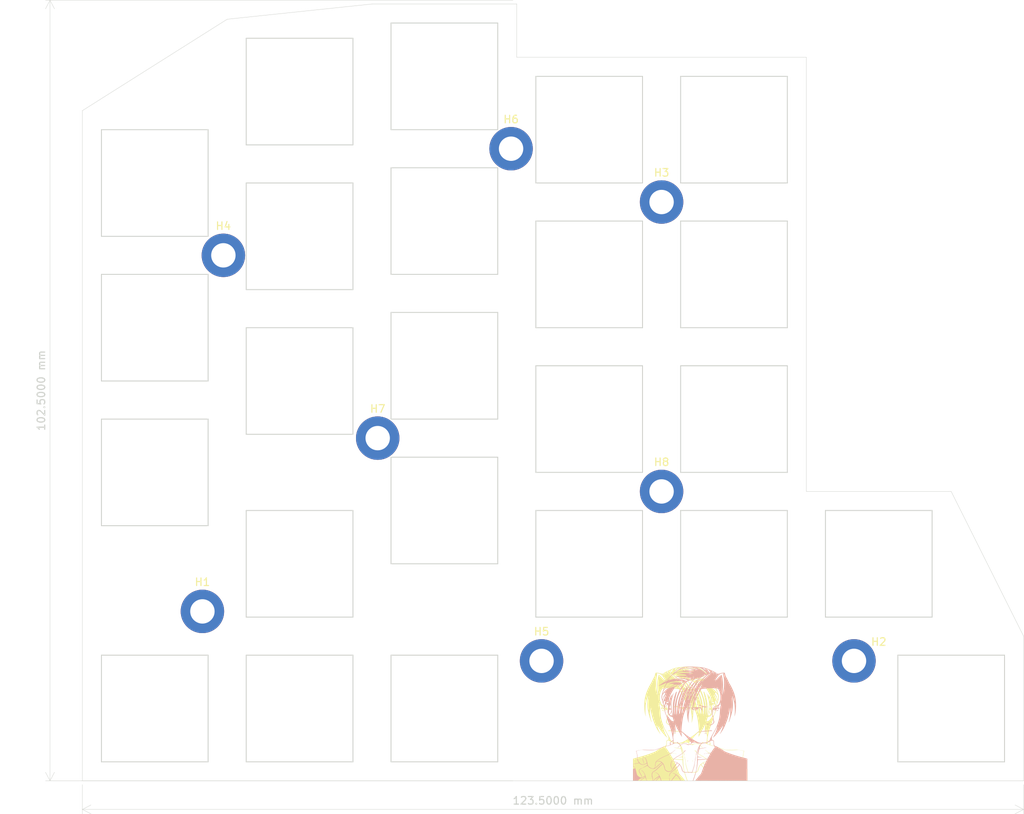
<source format=kicad_pcb>
(kicad_pcb (version 20210925) (generator pcbnew)
  (layers (0 "F.Cu" signal) (31 "B.Cu" signal) (34 "B.Paste" user) (35 "F.Paste" user) (36 "B.SilkS" user "B.Silkscreen") (37 "F.SilkS" user "F.Silkscreen") (38 "B.Mask" user) (39 "F.Mask" user) (44 "Edge.Cuts" user))
  (net 0 "")
  (net 1 "GND")
  (footprint "kbd:SW_Hole" (layer "F.Cu") (at 24.25 55.5)
    (fp_text reference "SW2" hide)
    (fp_text value "KEY_SWITCH" hide)
    (fp_line (start -7 7) (end 7 7) (layer "Edge.Cuts") (width 0.12))
    (fp_line (start 7 7) (end 7 -7) (layer "Edge.Cuts") (width 0.12))
    (fp_line (start -7 -7) (end -7 7) (layer "Edge.Cuts") (width 0.12))
    (fp_line (start 7 -7) (end -7 -7) (layer "Edge.Cuts") (width 0.12))
  )
  (footprint "kbd:SW_Hole" (layer "F.Cu") (at 24.25 74.5)
    (fp_text reference "SW2" hide)
    (fp_text value "KEY_SWITCH" hide)
    (fp_line (start -7 -7) (end -7 7) (layer "Edge.Cuts") (width 0.12))
    (fp_line (start 7 -7) (end -7 -7) (layer "Edge.Cuts") (width 0.12))
    (fp_line (start -7 7) (end 7 7) (layer "Edge.Cuts") (width 0.12))
    (fp_line (start 7 7) (end 7 -7) (layer "Edge.Cuts") (width 0.12))
  )
  (footprint "kbd:SW_Hole" (layer "F.Cu") (at 81.25 67.5)
    (fp_text reference "SW2" hide)
    (fp_text value "KEY_SWITCH" hide)
    (fp_line (start 7 -7) (end -7 -7) (layer "Edge.Cuts") (width 0.12))
    (fp_line (start -7 7) (end 7 7) (layer "Edge.Cuts") (width 0.12))
    (fp_line (start 7 7) (end 7 -7) (layer "Edge.Cuts") (width 0.12))
    (fp_line (start -7 -7) (end -7 7) (layer "Edge.Cuts") (width 0.12))
  )
  (footprint "kbd:SW_Hole" (layer "F.Cu") (at 43.25 24.5)
    (fp_text reference "SW2" hide)
    (fp_text value "KEY_SWITCH" hide)
    (fp_line (start -7 7) (end 7 7) (layer "Edge.Cuts") (width 0.12))
    (fp_line (start 7 -7) (end -7 -7) (layer "Edge.Cuts") (width 0.12))
    (fp_line (start 7 7) (end 7 -7) (layer "Edge.Cuts") (width 0.12))
    (fp_line (start -7 -7) (end -7 7) (layer "Edge.Cuts") (width 0.12))
  )
  (footprint "MountingHole:MountingHole_3.2mm_M3_ISO7380_Pad" (layer "F.Cu") (at 75 99.25)
    (fp_text reference "H5" (at 0 -3.85) (layer "F.SilkS"))
    (fp_text value "MountingHole_Pad")
    (pad "1" thru_hole circle locked (at 0 0) (size 5.7 5.7) (drill 3.2) (layers *.Cu *.Mask) (net 1 "GND"))
  )
  (footprint "kbd:SW_Hole" (layer "F.Cu") (at 62.25 105.5)
    (fp_text reference "SW2" hide)
    (fp_text value "KEY_SWITCH" hide)
    (fp_line (start -7 7) (end 7 7) (layer "Edge.Cuts") (width 0.12))
    (fp_line (start -7 -7) (end -7 7) (layer "Edge.Cuts") (width 0.12))
    (fp_line (start 7 -7) (end -7 -7) (layer "Edge.Cuts") (width 0.12))
    (fp_line (start 7 7) (end 7 -7) (layer "Edge.Cuts") (width 0.12))
  )
  (footprint "kbd:SW_Hole" (layer "F.Cu") (at 100.25 67.5)
    (fp_text reference "SW2" hide)
    (fp_text value "KEY_SWITCH" hide)
    (fp_line (start 7 7) (end 7 -7) (layer "Edge.Cuts") (width 0.12))
    (fp_line (start -7 -7) (end -7 7) (layer "Edge.Cuts") (width 0.12))
    (fp_line (start -7 7) (end 7 7) (layer "Edge.Cuts") (width 0.12))
    (fp_line (start 7 -7) (end -7 -7) (layer "Edge.Cuts") (width 0.12))
  )
  (footprint "MountingHole:MountingHole_3.2mm_M3_ISO7380_Pad" (layer "F.Cu") (at 53.5 70)
    (fp_text reference "H7" (at 0 -3.85) (layer "F.SilkS"))
    (fp_text value "MountingHole_Pad")
    (pad "1" thru_hole circle locked (at 0 0) (size 5.7 5.7) (drill 3.2) (layers *.Cu *.Mask) (net 1 "GND"))
  )
  (footprint "kbd:SW_Hole" (layer "F.Cu") (at 100.25 48.5)
    (fp_text reference "SW2" hide)
    (fp_text value "KEY_SWITCH" hide)
    (fp_line (start -7 -7) (end -7 7) (layer "Edge.Cuts") (width 0.12))
    (fp_line (start 7 7) (end 7 -7) (layer "Edge.Cuts") (width 0.12))
    (fp_line (start 7 -7) (end -7 -7) (layer "Edge.Cuts") (width 0.12))
    (fp_line (start -7 7) (end 7 7) (layer "Edge.Cuts") (width 0.12))
  )
  (footprint "kbd:edgeworth" (layer "F.Cu") (at 94.5 107.5)
    (fp_text reference "G***" hide)
    (fp_text value "LOGO" hide)
  )
  (footprint "MountingHole:MountingHole_3.2mm_M3_ISO7380_Pad" (layer "F.Cu") (at 90.75 39)
    (fp_text reference "H3" (at 0 -3.85) (layer "F.SilkS"))
    (fp_text value "MountingHole_Pad")
    (pad "1" thru_hole circle locked (at 0 0) (size 5.7 5.7) (drill 3.2) (layers *.Cu *.Mask) (net 1 "GND"))
  )
  (footprint "kbd:SW_Hole" (layer "F.Cu") (at 100.25 29.5)
    (fp_text reference "SW2" hide)
    (fp_text value "KEY_SWITCH" hide)
    (fp_line (start 7 -7) (end -7 -7) (layer "Edge.Cuts") (width 0.12))
    (fp_line (start -7 -7) (end -7 7) (layer "Edge.Cuts") (width 0.12))
    (fp_line (start 7 7) (end 7 -7) (layer "Edge.Cuts") (width 0.12))
    (fp_line (start -7 7) (end 7 7) (layer "Edge.Cuts") (width 0.12))
  )
  (footprint "MountingHole:MountingHole_3.2mm_M3_ISO7380_Pad" (layer "F.Cu") (at 116 99.25)
    (fp_text reference "H2" (at 3.25 -2.5) (layer "F.SilkS"))
    (fp_text value "MountingHole_Pad")
    (pad "1" thru_hole circle locked (at 0 0) (size 5.7 5.7) (drill 3.2) (layers *.Cu *.Mask) (net 1 "GND"))
  )
  (footprint "MountingHole:MountingHole_3.2mm_M3_ISO7380_Pad" (layer "F.Cu") (at 71 32)
    (fp_text reference "H6" (at 0 -3.85) (layer "F.SilkS"))
    (fp_text value "MountingHole_Pad")
    (pad "1" thru_hole circle locked (at 0 0) (size 5.7 5.7) (drill 3.2) (layers *.Cu *.Mask) (net 1 "GND"))
  )
  (footprint "kbd:SW_Hole" (layer "F.Cu") (at 81.25 29.5)
    (fp_text reference "SW2" hide)
    (fp_text value "KEY_SWITCH" hide)
    (fp_line (start -7 7) (end 7 7) (layer "Edge.Cuts") (width 0.12))
    (fp_line (start -7 -7) (end -7 7) (layer "Edge.Cuts") (width 0.12))
    (fp_line (start 7 -7) (end -7 -7) (layer "Edge.Cuts") (width 0.12))
    (fp_line (start 7 7) (end 7 -7) (layer "Edge.Cuts") (width 0.12))
  )
  (footprint "kbd:SW_Hole" (layer "F.Cu") (at 62.25 22.5)
    (fp_text reference "SW2" hide)
    (fp_text value "KEY_SWITCH" hide)
    (fp_line (start 7 7) (end 7 -7) (layer "Edge.Cuts") (width 0.12))
    (fp_line (start -7 -7) (end -7 7) (layer "Edge.Cuts") (width 0.12))
    (fp_line (start 7 -7) (end -7 -7) (layer "Edge.Cuts") (width 0.12))
    (fp_line (start -7 7) (end 7 7) (layer "Edge.Cuts") (width 0.12))
  )
  (footprint "kbd:SW_Hole" (layer "F.Cu") (at 24.25 36.5)
    (fp_text reference "SW2" hide)
    (fp_text value "KEY_SWITCH" hide)
    (fp_line (start 7 7) (end 7 -7) (layer "Edge.Cuts") (width 0.12))
    (fp_line (start 7 -7) (end -7 -7) (layer "Edge.Cuts") (width 0.12))
    (fp_line (start -7 -7) (end -7 7) (layer "Edge.Cuts") (width 0.12))
    (fp_line (start -7 7) (end 7 7) (layer "Edge.Cuts") (width 0.12))
  )
  (footprint "MountingHole:MountingHole_3.2mm_M3_ISO7380_Pad" (layer "F.Cu") (at 33.25 46)
    (fp_text reference "H4" (at 0 -3.85) (layer "F.SilkS"))
    (fp_text value "MountingHole_Pad")
    (pad "1" thru_hole circle locked (at 0 0) (size 5.7 5.7) (drill 3.2) (layers *.Cu *.Mask) (net 1 "GND"))
  )
  (footprint "MountingHole:MountingHole_3.2mm_M3_ISO7380_Pad" (layer "F.Cu") (at 30.5 92.75)
    (fp_text reference "H1" (at 0 -3.85) (layer "F.SilkS"))
    (fp_text value "MountingHole_Pad")
    (pad "1" thru_hole circle locked (at 0 0) (size 5.7 5.7) (drill 3.2) (layers *.Cu *.Mask) (net 1 "GND"))
  )
  (footprint "kbd:SW_Hole" (layer "F.Cu") (at 62.25 79.5)
    (fp_text reference "SW2" hide)
    (fp_text value "KEY_SWITCH" hide)
    (fp_line (start -7 7) (end 7 7) (layer "Edge.Cuts") (width 0.12))
    (fp_line (start 7 7) (end 7 -7) (layer "Edge.Cuts") (width 0.12))
    (fp_line (start -7 -7) (end -7 7) (layer "Edge.Cuts") (width 0.12))
    (fp_line (start 7 -7) (end -7 -7) (layer "Edge.Cuts") (width 0.12))
  )
  (footprint "kbd:SW_Hole" (layer "F.Cu") (at 62.25 41.5)
    (fp_text reference "SW2" hide)
    (fp_text value "KEY_SWITCH" hide)
    (fp_line (start 7 -7) (end -7 -7) (layer "Edge.Cuts") (width 0.12))
    (fp_line (start 7 7) (end 7 -7) (layer "Edge.Cuts") (width 0.12))
    (fp_line (start -7 7) (end 7 7) (layer "Edge.Cuts") (width 0.12))
    (fp_line (start -7 -7) (end -7 7) (layer "Edge.Cuts") (width 0.12))
  )
  (footprint "kbd:SW_Hole" (layer "F.Cu") (at 43.25 105.5)
    (fp_text reference "SW2" hide)
    (fp_text value "KEY_SWITCH" hide)
    (fp_line (start -7 7) (end 7 7) (layer "Edge.Cuts") (width 0.12))
    (fp_line (start 7 7) (end 7 -7) (layer "Edge.Cuts") (width 0.12))
    (fp_line (start 7 -7) (end -7 -7) (layer "Edge.Cuts") (width 0.12))
    (fp_line (start -7 -7) (end -7 7) (layer "Edge.Cuts") (width 0.12))
  )
  (footprint "kbd:SW_Hole" (layer "F.Cu") (at 43.25 86.5)
    (fp_text reference "SW2" hide)
    (fp_text value "KEY_SWITCH" hide)
    (fp_line (start -7 7) (end 7 7) (layer "Edge.Cuts") (width 0.12))
    (fp_line (start -7 -7) (end -7 7) (layer "Edge.Cuts") (width 0.12))
    (fp_line (start 7 7) (end 7 -7) (layer "Edge.Cuts") (width 0.12))
    (fp_line (start 7 -7) (end -7 -7) (layer "Edge.Cuts") (width 0.12))
  )
  (footprint "kbd:SW_Hole" (layer "F.Cu") (at 128.75 105.5)
    (fp_text reference "SW2" hide)
    (fp_text value "KEY_SWITCH" hide)
    (fp_line (start 7 7) (end 7 -7) (layer "Edge.Cuts") (width 0.12))
    (fp_line (start -7 -7) (end -7 7) (layer "Edge.Cuts") (width 0.12))
    (fp_line (start -7 7) (end 7 7) (layer "Edge.Cuts") (width 0.12))
    (fp_line (start 7 -7) (end -7 -7) (layer "Edge.Cuts") (width 0.12))
  )
  (footprint "kbd:SW_Hole" (layer "F.Cu") (at 43.25 43.5)
    (fp_text reference "SW2" hide)
    (fp_text value "KEY_SWITCH" hide)
    (fp_line (start -7 7) (end 7 7) (layer "Edge.Cuts") (width 0.12))
    (fp_line (start 7 -7) (end -7 -7) (layer "Edge.Cuts") (width 0.12))
    (fp_line (start -7 -7) (end -7 7) (layer "Edge.Cuts") (width 0.12))
    (fp_line (start 7 7) (end 7 -7) (layer "Edge.Cuts") (width 0.12))
  )
  (footprint "kbd:SW_Hole" (layer "F.Cu") (at 43.25 62.5)
    (fp_text reference "SW2" hide)
    (fp_text value "KEY_SWITCH" hide)
    (fp_line (start -7 -7) (end -7 7) (layer "Edge.Cuts") (width 0.12))
    (fp_line (start 7 -7) (end -7 -7) (layer "Edge.Cuts") (width 0.12))
    (fp_line (start -7 7) (end 7 7) (layer "Edge.Cuts") (width 0.12))
    (fp_line (start 7 7) (end 7 -7) (layer "Edge.Cuts") (width 0.12))
  )
  (footprint "kbd:SW_Hole" (layer "F.Cu") (at 24.25 105.5)
    (fp_text reference "SW2" hide)
    (fp_text value "KEY_SWITCH" hide)
    (fp_line (start 7 -7) (end -7 -7) (layer "Edge.Cuts") (width 0.12))
    (fp_line (start -7 7) (end 7 7) (layer "Edge.Cuts") (width 0.12))
    (fp_line (start -7 -7) (end -7 7) (layer "Edge.Cuts") (width 0.12))
    (fp_line (start 7 7) (end 7 -7) (layer "Edge.Cuts") (width 0.12))
  )
  (footprint "kbd:SW_Hole" (layer "F.Cu") (at 62.25 60.5)
    (fp_text reference "SW2" hide)
    (fp_text value "KEY_SWITCH" hide)
    (fp_line (start 7 7) (end 7 -7) (layer "Edge.Cuts") (width 0.12))
    (fp_line (start 7 -7) (end -7 -7) (layer "Edge.Cuts") (width 0.12))
    (fp_line (start -7 7) (end 7 7) (layer "Edge.Cuts") (width 0.12))
    (fp_line (start -7 -7) (end -7 7) (layer "Edge.Cuts") (width 0.12))
  )
  (footprint "kbd:SW_Hole" (layer "F.Cu") (at 100.25 86.5)
    (fp_text reference "SW2" hide)
    (fp_text value "KEY_SWITCH" hide)
    (fp_line (start 7 -7) (end -7 -7) (layer "Edge.Cuts") (width 0.12))
    (fp_line (start -7 7) (end 7 7) (layer "Edge.Cuts") (width 0.12))
    (fp_line (start 7 7) (end 7 -7) (layer "Edge.Cuts") (width 0.12))
    (fp_line (start -7 -7) (end -7 7) (layer "Edge.Cuts") (width 0.12))
  )
  (footprint "MountingHole:MountingHole_3.2mm_M3_ISO7380_Pad" (layer "F.Cu") (at 90.75 77)
    (fp_text reference "H8" (at 0 -3.85) (layer "F.SilkS"))
    (fp_text value "MountingHole_Pad")
    (pad "1" thru_hole circle locked (at 0 0) (size 5.7 5.7) (drill 3.2) (layers *.Cu *.Mask) (net 1 "GND"))
  )
  (footprint "kbd:SW_Hole" (layer "F.Cu") (at 81.25 48.5)
    (fp_text reference "SW2" hide)
    (fp_text value "KEY_SWITCH" hide)
    (fp_line (start 7 7) (end 7 -7) (layer "Edge.Cuts") (width 0.12))
    (fp_line (start 7 -7) (end -7 -7) (layer "Edge.Cuts") (width 0.12))
    (fp_line (start -7 -7) (end -7 7) (layer "Edge.Cuts") (width 0.12))
    (fp_line (start -7 7) (end 7 7) (layer "Edge.Cuts") (width 0.12))
  )
  (footprint "kbd:SW_Hole" (layer "F.Cu") (at 81.25 86.5)
    (fp_text reference "SW2" hide)
    (fp_text value "KEY_SWITCH" hide)
    (fp_line (start 7 7) (end 7 -7) (layer "Edge.Cuts") (width 0.12))
    (fp_line (start 7 -7) (end -7 -7) (layer "Edge.Cuts") (width 0.12))
    (fp_line (start -7 -7) (end -7 7) (layer "Edge.Cuts") (width 0.12))
    (fp_line (start -7 7) (end 7 7) (layer "Edge.Cuts") (width 0.12))
  )
  (footprint "kbd:SW_Hole" (layer "F.Cu") (at 119.25 86.5)
    (fp_text reference "SW2" hide)
    (fp_text value "KEY_SWITCH" hide)
    (fp_line (start 7 7) (end 7 -7) (layer "Edge.Cuts") (width 0.12))
    (fp_line (start 7 -7) (end -7 -7) (layer "Edge.Cuts") (width 0.12))
    (fp_line (start -7 7) (end 7 7) (layer "Edge.Cuts") (width 0.12))
    (fp_line (start -7 -7) (end -7 7) (layer "Edge.Cuts") (width 0.12))
  )
  (footprint "kbd:edgeworth" (layer "B.Cu") (at 94.5 107.5 180)
    (fp_text reference "G***" hide)
    (fp_text value "LOGO" hide)
  )
  (gr_line (start 33.75 15) (end 14.75 27) (layer "Edge.Cuts") (width 0.05))
  (gr_line (start 138.25 115) (end 138.25 96) (layer "Edge.Cuts") (width 0.05))
  (gr_line (start 109.75 77) (end 128.75 77) (layer "Edge.Cuts") (width 0.05))
  (gr_line (start 109.75 20) (end 71.75 20) (layer "Edge.Cuts") (width 0.05))
  (gr_line (start 109.75 77) (end 109.75 20) (layer "Edge.Cuts") (width 0.05))
  (gr_line (start 71.75 13) (end 52.75 13) (layer "Edge.Cuts") (width 0.05))
  (gr_line (start 52.75 13) (end 33.75 15) (layer "Edge.Cuts") (width 0.05))
  (gr_line (start 71.75 20) (end 71.75 13) (layer "Edge.Cuts") (width 0.05))
  (gr_line (start 14.75 27) (end 14.75 115) (layer "Edge.Cuts") (width 0.05))
  (gr_line (start 14.75 115) (end 138.25 115) (layer "Edge.Cuts") (width 0.05))
  (gr_line (start 138.25 96) (end 128.75 77) (layer "Edge.Cuts") (width 0.05))
  (dimension (type aligned) (layer "Edge.Cuts") (pts (xy 71.75 12.5) (xy 71.75 115)) (height 61.25) (gr_text "102.5000 mm" (at 9.35 63.75 90) (layer "Edge.Cuts") (effects (font (size 1 1) (thickness 0.15)))) (format (units 3) (units_format 1) (precision 4)) (style (thickness 0.05) (arrow_length 1.27) (text_position_mode 0) (extension_height 0.58642) (extension_offset 0.5) keep_text_aligned))
  (dimension (type aligned) (layer "Edge.Cuts") (pts (xy 14.75 115) (xy 138.25 115)) (height 3.75) (gr_text "123.5000 mm" (at 76.5 117.6) (layer "Edge.Cuts") (effects (font (size 1 1) (thickness 0.15)))) (format (units 3) (units_format 1) (precision 4)) (style (thickness 0.05) (arrow_length 1.27) (text_position_mode 0) (extension_height 0.58642) (extension_offset 0.5) keep_text_aligned))
)
</source>
